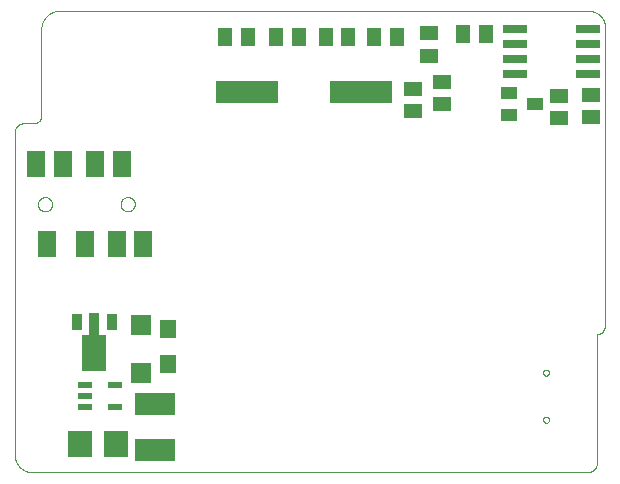
<source format=gtp>
G75*
%MOIN*%
%OFA0B0*%
%FSLAX25Y25*%
%IPPOS*%
%LPD*%
%AMOC8*
5,1,8,0,0,1.08239X$1,22.5*
%
%ADD10C,0.00000*%
%ADD11R,0.05118X0.05906*%
%ADD12R,0.21000X0.07600*%
%ADD13R,0.08000X0.02600*%
%ADD14R,0.05906X0.05118*%
%ADD15R,0.05512X0.03937*%
%ADD16R,0.05906X0.08858*%
%ADD17R,0.06299X0.08858*%
%ADD18R,0.05512X0.06299*%
%ADD19R,0.13386X0.07480*%
%ADD20R,0.06693X0.07087*%
%ADD21R,0.03500X0.05500*%
%ADD22R,0.03500X0.07500*%
%ADD23R,0.07874X0.12000*%
%ADD24R,0.07874X0.08661*%
%ADD25R,0.04724X0.02165*%
D10*
X0011565Y0006895D02*
X0011565Y0114484D01*
X0011567Y0114588D01*
X0011573Y0114692D01*
X0011582Y0114796D01*
X0011595Y0114900D01*
X0011612Y0115002D01*
X0011633Y0115105D01*
X0011658Y0115206D01*
X0011686Y0115306D01*
X0011718Y0115406D01*
X0011753Y0115504D01*
X0011792Y0115600D01*
X0011835Y0115695D01*
X0011881Y0115789D01*
X0011930Y0115881D01*
X0011983Y0115971D01*
X0012039Y0116059D01*
X0012098Y0116145D01*
X0012160Y0116228D01*
X0012225Y0116310D01*
X0012293Y0116389D01*
X0012364Y0116465D01*
X0012438Y0116539D01*
X0012514Y0116610D01*
X0012593Y0116678D01*
X0012675Y0116743D01*
X0012758Y0116805D01*
X0012844Y0116864D01*
X0012932Y0116920D01*
X0013022Y0116973D01*
X0013114Y0117022D01*
X0013208Y0117068D01*
X0013303Y0117111D01*
X0013399Y0117150D01*
X0013497Y0117185D01*
X0013597Y0117217D01*
X0013697Y0117245D01*
X0013798Y0117270D01*
X0013901Y0117291D01*
X0014003Y0117308D01*
X0014107Y0117321D01*
X0014211Y0117330D01*
X0014315Y0117336D01*
X0014419Y0117338D01*
X0014419Y0117339D02*
X0017769Y0117339D01*
X0017871Y0117341D01*
X0017972Y0117347D01*
X0018073Y0117357D01*
X0018174Y0117370D01*
X0018274Y0117388D01*
X0018374Y0117409D01*
X0018472Y0117434D01*
X0018570Y0117463D01*
X0018666Y0117495D01*
X0018761Y0117531D01*
X0018855Y0117571D01*
X0018947Y0117615D01*
X0019037Y0117661D01*
X0019125Y0117712D01*
X0019212Y0117765D01*
X0019296Y0117822D01*
X0019378Y0117882D01*
X0019458Y0117945D01*
X0019535Y0118012D01*
X0019609Y0118081D01*
X0019681Y0118153D01*
X0019750Y0118227D01*
X0019817Y0118304D01*
X0019880Y0118384D01*
X0019940Y0118466D01*
X0019997Y0118550D01*
X0020050Y0118637D01*
X0020101Y0118725D01*
X0020147Y0118815D01*
X0020191Y0118907D01*
X0020231Y0119001D01*
X0020267Y0119096D01*
X0020299Y0119192D01*
X0020328Y0119290D01*
X0020353Y0119388D01*
X0020374Y0119488D01*
X0020392Y0119588D01*
X0020405Y0119689D01*
X0020415Y0119790D01*
X0020421Y0119891D01*
X0020423Y0119993D01*
X0020423Y0148826D01*
X0020424Y0148826D02*
X0020426Y0148979D01*
X0020432Y0149132D01*
X0020441Y0149284D01*
X0020455Y0149436D01*
X0020472Y0149588D01*
X0020494Y0149739D01*
X0020519Y0149890D01*
X0020547Y0150040D01*
X0020580Y0150190D01*
X0020617Y0150338D01*
X0020657Y0150485D01*
X0020701Y0150632D01*
X0020748Y0150777D01*
X0020799Y0150921D01*
X0020854Y0151064D01*
X0020913Y0151205D01*
X0020975Y0151344D01*
X0021040Y0151482D01*
X0021109Y0151619D01*
X0021182Y0151753D01*
X0021258Y0151886D01*
X0021337Y0152017D01*
X0021419Y0152145D01*
X0021505Y0152272D01*
X0021594Y0152396D01*
X0021686Y0152518D01*
X0021781Y0152638D01*
X0021879Y0152755D01*
X0021980Y0152870D01*
X0022084Y0152982D01*
X0022191Y0153091D01*
X0022300Y0153198D01*
X0022412Y0153302D01*
X0022527Y0153403D01*
X0022644Y0153501D01*
X0022764Y0153596D01*
X0022886Y0153688D01*
X0023010Y0153777D01*
X0023137Y0153863D01*
X0023265Y0153945D01*
X0023396Y0154024D01*
X0023529Y0154100D01*
X0023663Y0154173D01*
X0023800Y0154242D01*
X0023938Y0154307D01*
X0024077Y0154369D01*
X0024218Y0154428D01*
X0024361Y0154483D01*
X0024505Y0154534D01*
X0024650Y0154581D01*
X0024797Y0154625D01*
X0024944Y0154665D01*
X0025092Y0154702D01*
X0025242Y0154735D01*
X0025392Y0154763D01*
X0025543Y0154788D01*
X0025694Y0154810D01*
X0025846Y0154827D01*
X0025998Y0154841D01*
X0026150Y0154850D01*
X0026303Y0154856D01*
X0026456Y0154858D01*
X0202791Y0154858D01*
X0202791Y0154859D02*
X0202938Y0154857D01*
X0203085Y0154851D01*
X0203232Y0154842D01*
X0203379Y0154828D01*
X0203525Y0154811D01*
X0203671Y0154790D01*
X0203816Y0154765D01*
X0203961Y0154736D01*
X0204104Y0154704D01*
X0204247Y0154667D01*
X0204389Y0154627D01*
X0204529Y0154584D01*
X0204669Y0154536D01*
X0204807Y0154485D01*
X0204944Y0154431D01*
X0205079Y0154373D01*
X0205213Y0154311D01*
X0205345Y0154246D01*
X0205475Y0154177D01*
X0205604Y0154105D01*
X0205730Y0154030D01*
X0205855Y0153952D01*
X0205977Y0153870D01*
X0206097Y0153785D01*
X0206215Y0153697D01*
X0206331Y0153605D01*
X0206444Y0153511D01*
X0206555Y0153414D01*
X0206663Y0153314D01*
X0206768Y0153211D01*
X0206871Y0153106D01*
X0206971Y0152998D01*
X0207068Y0152887D01*
X0207162Y0152774D01*
X0207254Y0152658D01*
X0207342Y0152540D01*
X0207427Y0152420D01*
X0207509Y0152298D01*
X0207587Y0152173D01*
X0207662Y0152047D01*
X0207734Y0151918D01*
X0207803Y0151788D01*
X0207868Y0151656D01*
X0207930Y0151522D01*
X0207988Y0151387D01*
X0208042Y0151250D01*
X0208093Y0151112D01*
X0208141Y0150972D01*
X0208184Y0150832D01*
X0208224Y0150690D01*
X0208261Y0150547D01*
X0208293Y0150404D01*
X0208322Y0150259D01*
X0208347Y0150114D01*
X0208368Y0149968D01*
X0208385Y0149822D01*
X0208399Y0149675D01*
X0208408Y0149528D01*
X0208414Y0149381D01*
X0208416Y0149234D01*
X0208415Y0149234D02*
X0208223Y0049784D01*
X0208224Y0049784D02*
X0208222Y0049681D01*
X0208216Y0049578D01*
X0208206Y0049476D01*
X0208192Y0049374D01*
X0208175Y0049272D01*
X0208153Y0049172D01*
X0208128Y0049072D01*
X0208099Y0048973D01*
X0208066Y0048876D01*
X0208030Y0048779D01*
X0207990Y0048684D01*
X0207947Y0048591D01*
X0207900Y0048499D01*
X0207850Y0048410D01*
X0207796Y0048322D01*
X0207739Y0048236D01*
X0207679Y0048152D01*
X0207616Y0048071D01*
X0207549Y0047992D01*
X0207480Y0047916D01*
X0207408Y0047843D01*
X0207333Y0047772D01*
X0207256Y0047704D01*
X0207176Y0047639D01*
X0207094Y0047577D01*
X0207010Y0047518D01*
X0206923Y0047463D01*
X0206834Y0047410D01*
X0206744Y0047362D01*
X0206651Y0047316D01*
X0206557Y0047274D01*
X0206462Y0047236D01*
X0206365Y0047201D01*
X0206267Y0047170D01*
X0206167Y0047143D01*
X0206067Y0047119D01*
X0205966Y0047099D01*
X0205865Y0047084D01*
X0205762Y0047071D01*
X0205660Y0047063D01*
X0205659Y0047063D02*
X0205659Y0004345D01*
X0205657Y0004231D01*
X0205651Y0004117D01*
X0205641Y0004003D01*
X0205628Y0003890D01*
X0205610Y0003777D01*
X0205589Y0003664D01*
X0205564Y0003553D01*
X0205535Y0003443D01*
X0205502Y0003333D01*
X0205466Y0003225D01*
X0205426Y0003118D01*
X0205382Y0003012D01*
X0205335Y0002908D01*
X0205284Y0002806D01*
X0205230Y0002706D01*
X0205172Y0002607D01*
X0205111Y0002510D01*
X0205047Y0002416D01*
X0204979Y0002324D01*
X0204909Y0002234D01*
X0204835Y0002147D01*
X0204759Y0002062D01*
X0204679Y0001980D01*
X0204597Y0001900D01*
X0204512Y0001824D01*
X0204425Y0001750D01*
X0204335Y0001680D01*
X0204243Y0001612D01*
X0204149Y0001548D01*
X0204052Y0001487D01*
X0203953Y0001429D01*
X0203853Y0001375D01*
X0203751Y0001324D01*
X0203647Y0001277D01*
X0203541Y0001233D01*
X0203434Y0001193D01*
X0203326Y0001157D01*
X0203216Y0001124D01*
X0203106Y0001095D01*
X0202995Y0001070D01*
X0202882Y0001049D01*
X0202769Y0001031D01*
X0202656Y0001018D01*
X0202542Y0001008D01*
X0202428Y0001002D01*
X0202314Y0001000D01*
X0017470Y0001000D01*
X0017319Y0001002D01*
X0017167Y0001008D01*
X0017015Y0001017D01*
X0016864Y0001031D01*
X0016713Y0001048D01*
X0016562Y0001069D01*
X0016413Y0001095D01*
X0016263Y0001124D01*
X0016115Y0001156D01*
X0015968Y0001193D01*
X0015821Y0001234D01*
X0015676Y0001278D01*
X0015532Y0001326D01*
X0015389Y0001377D01*
X0015247Y0001433D01*
X0015107Y0001492D01*
X0014969Y0001554D01*
X0014832Y0001620D01*
X0014697Y0001690D01*
X0014564Y0001763D01*
X0014432Y0001839D01*
X0014303Y0001919D01*
X0014176Y0002002D01*
X0014051Y0002088D01*
X0013928Y0002178D01*
X0013808Y0002270D01*
X0013690Y0002366D01*
X0013574Y0002465D01*
X0013461Y0002566D01*
X0013351Y0002671D01*
X0013244Y0002778D01*
X0013139Y0002888D01*
X0013037Y0003001D01*
X0012938Y0003116D01*
X0012842Y0003234D01*
X0012749Y0003354D01*
X0012659Y0003477D01*
X0012573Y0003602D01*
X0012490Y0003729D01*
X0012410Y0003858D01*
X0012333Y0003989D01*
X0012260Y0004122D01*
X0012190Y0004257D01*
X0012124Y0004394D01*
X0012061Y0004532D01*
X0012002Y0004672D01*
X0011946Y0004814D01*
X0011894Y0004956D01*
X0011846Y0005101D01*
X0011802Y0005246D01*
X0011761Y0005392D01*
X0011724Y0005540D01*
X0011691Y0005688D01*
X0011662Y0005837D01*
X0011636Y0005987D01*
X0011615Y0006137D01*
X0011597Y0006288D01*
X0011583Y0006439D01*
X0011573Y0006591D01*
X0011567Y0006743D01*
X0011565Y0006895D01*
X0019282Y0090409D02*
X0019284Y0090506D01*
X0019290Y0090603D01*
X0019300Y0090699D01*
X0019314Y0090795D01*
X0019332Y0090891D01*
X0019353Y0090985D01*
X0019379Y0091079D01*
X0019408Y0091171D01*
X0019442Y0091262D01*
X0019478Y0091352D01*
X0019519Y0091440D01*
X0019563Y0091526D01*
X0019611Y0091611D01*
X0019662Y0091693D01*
X0019716Y0091774D01*
X0019774Y0091852D01*
X0019835Y0091927D01*
X0019898Y0092000D01*
X0019965Y0092071D01*
X0020035Y0092138D01*
X0020107Y0092203D01*
X0020182Y0092264D01*
X0020260Y0092323D01*
X0020339Y0092378D01*
X0020421Y0092430D01*
X0020505Y0092478D01*
X0020591Y0092523D01*
X0020679Y0092565D01*
X0020768Y0092603D01*
X0020859Y0092637D01*
X0020951Y0092667D01*
X0021044Y0092694D01*
X0021139Y0092716D01*
X0021234Y0092735D01*
X0021330Y0092750D01*
X0021426Y0092761D01*
X0021523Y0092768D01*
X0021620Y0092771D01*
X0021717Y0092770D01*
X0021814Y0092765D01*
X0021910Y0092756D01*
X0022006Y0092743D01*
X0022102Y0092726D01*
X0022197Y0092705D01*
X0022290Y0092681D01*
X0022383Y0092652D01*
X0022475Y0092620D01*
X0022565Y0092584D01*
X0022653Y0092545D01*
X0022740Y0092501D01*
X0022825Y0092455D01*
X0022908Y0092404D01*
X0022989Y0092351D01*
X0023067Y0092294D01*
X0023144Y0092234D01*
X0023217Y0092171D01*
X0023288Y0092105D01*
X0023356Y0092036D01*
X0023422Y0091964D01*
X0023484Y0091890D01*
X0023543Y0091813D01*
X0023599Y0091734D01*
X0023652Y0091652D01*
X0023702Y0091569D01*
X0023747Y0091483D01*
X0023790Y0091396D01*
X0023829Y0091307D01*
X0023864Y0091217D01*
X0023895Y0091125D01*
X0023922Y0091032D01*
X0023946Y0090938D01*
X0023966Y0090843D01*
X0023982Y0090747D01*
X0023994Y0090651D01*
X0024002Y0090554D01*
X0024006Y0090457D01*
X0024006Y0090361D01*
X0024002Y0090264D01*
X0023994Y0090167D01*
X0023982Y0090071D01*
X0023966Y0089975D01*
X0023946Y0089880D01*
X0023922Y0089786D01*
X0023895Y0089693D01*
X0023864Y0089601D01*
X0023829Y0089511D01*
X0023790Y0089422D01*
X0023747Y0089335D01*
X0023702Y0089249D01*
X0023652Y0089166D01*
X0023599Y0089084D01*
X0023543Y0089005D01*
X0023484Y0088928D01*
X0023422Y0088854D01*
X0023356Y0088782D01*
X0023288Y0088713D01*
X0023217Y0088647D01*
X0023144Y0088584D01*
X0023067Y0088524D01*
X0022989Y0088467D01*
X0022908Y0088414D01*
X0022825Y0088363D01*
X0022740Y0088317D01*
X0022653Y0088273D01*
X0022565Y0088234D01*
X0022475Y0088198D01*
X0022383Y0088166D01*
X0022290Y0088137D01*
X0022197Y0088113D01*
X0022102Y0088092D01*
X0022006Y0088075D01*
X0021910Y0088062D01*
X0021814Y0088053D01*
X0021717Y0088048D01*
X0021620Y0088047D01*
X0021523Y0088050D01*
X0021426Y0088057D01*
X0021330Y0088068D01*
X0021234Y0088083D01*
X0021139Y0088102D01*
X0021044Y0088124D01*
X0020951Y0088151D01*
X0020859Y0088181D01*
X0020768Y0088215D01*
X0020679Y0088253D01*
X0020591Y0088295D01*
X0020505Y0088340D01*
X0020421Y0088388D01*
X0020339Y0088440D01*
X0020260Y0088495D01*
X0020182Y0088554D01*
X0020107Y0088615D01*
X0020035Y0088680D01*
X0019965Y0088747D01*
X0019898Y0088818D01*
X0019835Y0088891D01*
X0019774Y0088966D01*
X0019716Y0089044D01*
X0019662Y0089125D01*
X0019611Y0089207D01*
X0019563Y0089292D01*
X0019519Y0089378D01*
X0019478Y0089466D01*
X0019442Y0089556D01*
X0019408Y0089647D01*
X0019379Y0089739D01*
X0019353Y0089833D01*
X0019332Y0089927D01*
X0019314Y0090023D01*
X0019300Y0090119D01*
X0019290Y0090215D01*
X0019284Y0090312D01*
X0019282Y0090409D01*
X0046841Y0090409D02*
X0046843Y0090506D01*
X0046849Y0090603D01*
X0046859Y0090699D01*
X0046873Y0090795D01*
X0046891Y0090891D01*
X0046912Y0090985D01*
X0046938Y0091079D01*
X0046967Y0091171D01*
X0047001Y0091262D01*
X0047037Y0091352D01*
X0047078Y0091440D01*
X0047122Y0091526D01*
X0047170Y0091611D01*
X0047221Y0091693D01*
X0047275Y0091774D01*
X0047333Y0091852D01*
X0047394Y0091927D01*
X0047457Y0092000D01*
X0047524Y0092071D01*
X0047594Y0092138D01*
X0047666Y0092203D01*
X0047741Y0092264D01*
X0047819Y0092323D01*
X0047898Y0092378D01*
X0047980Y0092430D01*
X0048064Y0092478D01*
X0048150Y0092523D01*
X0048238Y0092565D01*
X0048327Y0092603D01*
X0048418Y0092637D01*
X0048510Y0092667D01*
X0048603Y0092694D01*
X0048698Y0092716D01*
X0048793Y0092735D01*
X0048889Y0092750D01*
X0048985Y0092761D01*
X0049082Y0092768D01*
X0049179Y0092771D01*
X0049276Y0092770D01*
X0049373Y0092765D01*
X0049469Y0092756D01*
X0049565Y0092743D01*
X0049661Y0092726D01*
X0049756Y0092705D01*
X0049849Y0092681D01*
X0049942Y0092652D01*
X0050034Y0092620D01*
X0050124Y0092584D01*
X0050212Y0092545D01*
X0050299Y0092501D01*
X0050384Y0092455D01*
X0050467Y0092404D01*
X0050548Y0092351D01*
X0050626Y0092294D01*
X0050703Y0092234D01*
X0050776Y0092171D01*
X0050847Y0092105D01*
X0050915Y0092036D01*
X0050981Y0091964D01*
X0051043Y0091890D01*
X0051102Y0091813D01*
X0051158Y0091734D01*
X0051211Y0091652D01*
X0051261Y0091569D01*
X0051306Y0091483D01*
X0051349Y0091396D01*
X0051388Y0091307D01*
X0051423Y0091217D01*
X0051454Y0091125D01*
X0051481Y0091032D01*
X0051505Y0090938D01*
X0051525Y0090843D01*
X0051541Y0090747D01*
X0051553Y0090651D01*
X0051561Y0090554D01*
X0051565Y0090457D01*
X0051565Y0090361D01*
X0051561Y0090264D01*
X0051553Y0090167D01*
X0051541Y0090071D01*
X0051525Y0089975D01*
X0051505Y0089880D01*
X0051481Y0089786D01*
X0051454Y0089693D01*
X0051423Y0089601D01*
X0051388Y0089511D01*
X0051349Y0089422D01*
X0051306Y0089335D01*
X0051261Y0089249D01*
X0051211Y0089166D01*
X0051158Y0089084D01*
X0051102Y0089005D01*
X0051043Y0088928D01*
X0050981Y0088854D01*
X0050915Y0088782D01*
X0050847Y0088713D01*
X0050776Y0088647D01*
X0050703Y0088584D01*
X0050626Y0088524D01*
X0050548Y0088467D01*
X0050467Y0088414D01*
X0050384Y0088363D01*
X0050299Y0088317D01*
X0050212Y0088273D01*
X0050124Y0088234D01*
X0050034Y0088198D01*
X0049942Y0088166D01*
X0049849Y0088137D01*
X0049756Y0088113D01*
X0049661Y0088092D01*
X0049565Y0088075D01*
X0049469Y0088062D01*
X0049373Y0088053D01*
X0049276Y0088048D01*
X0049179Y0088047D01*
X0049082Y0088050D01*
X0048985Y0088057D01*
X0048889Y0088068D01*
X0048793Y0088083D01*
X0048698Y0088102D01*
X0048603Y0088124D01*
X0048510Y0088151D01*
X0048418Y0088181D01*
X0048327Y0088215D01*
X0048238Y0088253D01*
X0048150Y0088295D01*
X0048064Y0088340D01*
X0047980Y0088388D01*
X0047898Y0088440D01*
X0047819Y0088495D01*
X0047741Y0088554D01*
X0047666Y0088615D01*
X0047594Y0088680D01*
X0047524Y0088747D01*
X0047457Y0088818D01*
X0047394Y0088891D01*
X0047333Y0088966D01*
X0047275Y0089044D01*
X0047221Y0089125D01*
X0047170Y0089207D01*
X0047122Y0089292D01*
X0047078Y0089378D01*
X0047037Y0089466D01*
X0047001Y0089556D01*
X0046967Y0089647D01*
X0046938Y0089739D01*
X0046912Y0089833D01*
X0046891Y0089927D01*
X0046873Y0090023D01*
X0046859Y0090119D01*
X0046849Y0090215D01*
X0046843Y0090312D01*
X0046841Y0090409D01*
X0187668Y0034268D02*
X0187670Y0034330D01*
X0187676Y0034393D01*
X0187686Y0034454D01*
X0187700Y0034515D01*
X0187717Y0034575D01*
X0187738Y0034634D01*
X0187764Y0034691D01*
X0187792Y0034746D01*
X0187824Y0034800D01*
X0187860Y0034851D01*
X0187898Y0034901D01*
X0187940Y0034947D01*
X0187984Y0034991D01*
X0188032Y0035032D01*
X0188081Y0035070D01*
X0188133Y0035104D01*
X0188187Y0035135D01*
X0188243Y0035163D01*
X0188301Y0035187D01*
X0188360Y0035208D01*
X0188420Y0035224D01*
X0188481Y0035237D01*
X0188543Y0035246D01*
X0188605Y0035251D01*
X0188668Y0035252D01*
X0188730Y0035249D01*
X0188792Y0035242D01*
X0188854Y0035231D01*
X0188914Y0035216D01*
X0188974Y0035198D01*
X0189032Y0035176D01*
X0189089Y0035150D01*
X0189144Y0035120D01*
X0189197Y0035087D01*
X0189248Y0035051D01*
X0189296Y0035012D01*
X0189342Y0034969D01*
X0189385Y0034924D01*
X0189425Y0034876D01*
X0189462Y0034826D01*
X0189496Y0034773D01*
X0189527Y0034719D01*
X0189553Y0034663D01*
X0189577Y0034605D01*
X0189596Y0034545D01*
X0189612Y0034485D01*
X0189624Y0034423D01*
X0189632Y0034362D01*
X0189636Y0034299D01*
X0189636Y0034237D01*
X0189632Y0034174D01*
X0189624Y0034113D01*
X0189612Y0034051D01*
X0189596Y0033991D01*
X0189577Y0033931D01*
X0189553Y0033873D01*
X0189527Y0033817D01*
X0189496Y0033763D01*
X0189462Y0033710D01*
X0189425Y0033660D01*
X0189385Y0033612D01*
X0189342Y0033567D01*
X0189296Y0033524D01*
X0189248Y0033485D01*
X0189197Y0033449D01*
X0189144Y0033416D01*
X0189089Y0033386D01*
X0189032Y0033360D01*
X0188974Y0033338D01*
X0188914Y0033320D01*
X0188854Y0033305D01*
X0188792Y0033294D01*
X0188730Y0033287D01*
X0188668Y0033284D01*
X0188605Y0033285D01*
X0188543Y0033290D01*
X0188481Y0033299D01*
X0188420Y0033312D01*
X0188360Y0033328D01*
X0188301Y0033349D01*
X0188243Y0033373D01*
X0188187Y0033401D01*
X0188133Y0033432D01*
X0188081Y0033466D01*
X0188032Y0033504D01*
X0187984Y0033545D01*
X0187940Y0033589D01*
X0187898Y0033635D01*
X0187860Y0033685D01*
X0187824Y0033736D01*
X0187792Y0033790D01*
X0187764Y0033845D01*
X0187738Y0033902D01*
X0187717Y0033961D01*
X0187700Y0034021D01*
X0187686Y0034082D01*
X0187676Y0034143D01*
X0187670Y0034206D01*
X0187668Y0034268D01*
X0187668Y0018520D02*
X0187670Y0018582D01*
X0187676Y0018645D01*
X0187686Y0018706D01*
X0187700Y0018767D01*
X0187717Y0018827D01*
X0187738Y0018886D01*
X0187764Y0018943D01*
X0187792Y0018998D01*
X0187824Y0019052D01*
X0187860Y0019103D01*
X0187898Y0019153D01*
X0187940Y0019199D01*
X0187984Y0019243D01*
X0188032Y0019284D01*
X0188081Y0019322D01*
X0188133Y0019356D01*
X0188187Y0019387D01*
X0188243Y0019415D01*
X0188301Y0019439D01*
X0188360Y0019460D01*
X0188420Y0019476D01*
X0188481Y0019489D01*
X0188543Y0019498D01*
X0188605Y0019503D01*
X0188668Y0019504D01*
X0188730Y0019501D01*
X0188792Y0019494D01*
X0188854Y0019483D01*
X0188914Y0019468D01*
X0188974Y0019450D01*
X0189032Y0019428D01*
X0189089Y0019402D01*
X0189144Y0019372D01*
X0189197Y0019339D01*
X0189248Y0019303D01*
X0189296Y0019264D01*
X0189342Y0019221D01*
X0189385Y0019176D01*
X0189425Y0019128D01*
X0189462Y0019078D01*
X0189496Y0019025D01*
X0189527Y0018971D01*
X0189553Y0018915D01*
X0189577Y0018857D01*
X0189596Y0018797D01*
X0189612Y0018737D01*
X0189624Y0018675D01*
X0189632Y0018614D01*
X0189636Y0018551D01*
X0189636Y0018489D01*
X0189632Y0018426D01*
X0189624Y0018365D01*
X0189612Y0018303D01*
X0189596Y0018243D01*
X0189577Y0018183D01*
X0189553Y0018125D01*
X0189527Y0018069D01*
X0189496Y0018015D01*
X0189462Y0017962D01*
X0189425Y0017912D01*
X0189385Y0017864D01*
X0189342Y0017819D01*
X0189296Y0017776D01*
X0189248Y0017737D01*
X0189197Y0017701D01*
X0189144Y0017668D01*
X0189089Y0017638D01*
X0189032Y0017612D01*
X0188974Y0017590D01*
X0188914Y0017572D01*
X0188854Y0017557D01*
X0188792Y0017546D01*
X0188730Y0017539D01*
X0188668Y0017536D01*
X0188605Y0017537D01*
X0188543Y0017542D01*
X0188481Y0017551D01*
X0188420Y0017564D01*
X0188360Y0017580D01*
X0188301Y0017601D01*
X0188243Y0017625D01*
X0188187Y0017653D01*
X0188133Y0017684D01*
X0188081Y0017718D01*
X0188032Y0017756D01*
X0187984Y0017797D01*
X0187940Y0017841D01*
X0187898Y0017887D01*
X0187860Y0017937D01*
X0187824Y0017988D01*
X0187792Y0018042D01*
X0187764Y0018097D01*
X0187738Y0018154D01*
X0187717Y0018213D01*
X0187700Y0018273D01*
X0187686Y0018334D01*
X0187676Y0018395D01*
X0187670Y0018458D01*
X0187668Y0018520D01*
D11*
X0138809Y0146118D03*
X0131329Y0146118D03*
X0122628Y0146039D03*
X0115148Y0146039D03*
X0106250Y0146039D03*
X0098770Y0146039D03*
X0089242Y0146039D03*
X0081762Y0146039D03*
X0161014Y0147063D03*
X0168494Y0147063D03*
D12*
X0127100Y0127811D03*
X0089100Y0127811D03*
D13*
X0178363Y0133697D03*
X0178363Y0138697D03*
X0178363Y0143697D03*
X0178363Y0148697D03*
X0202563Y0148697D03*
X0202563Y0143697D03*
X0202563Y0138697D03*
X0202563Y0133697D03*
D14*
X0203494Y0126945D03*
X0203494Y0119465D03*
X0192982Y0119110D03*
X0192982Y0126591D03*
X0153809Y0123677D03*
X0144360Y0121433D03*
X0144360Y0128913D03*
X0153809Y0131157D03*
X0149557Y0139858D03*
X0149557Y0147339D03*
D15*
X0176407Y0127575D03*
X0176407Y0120094D03*
X0185069Y0123835D03*
D16*
X0018494Y0103697D03*
D17*
X0027549Y0103697D03*
X0038179Y0103697D03*
X0047234Y0103697D03*
X0045659Y0077122D03*
X0054321Y0077122D03*
X0035030Y0077122D03*
X0022431Y0077122D03*
D18*
X0062628Y0048913D03*
X0062628Y0037102D03*
D19*
X0058455Y0023874D03*
X0058455Y0008520D03*
D20*
X0053533Y0034150D03*
X0053533Y0050291D03*
D21*
X0044006Y0051157D03*
X0032195Y0051157D03*
D22*
X0038100Y0050371D03*
D23*
X0038100Y0040771D03*
D24*
X0033455Y0010409D03*
X0045266Y0010409D03*
D25*
X0045108Y0022772D03*
X0045108Y0030252D03*
X0034872Y0030252D03*
X0034872Y0026512D03*
X0034872Y0022772D03*
M02*

</source>
